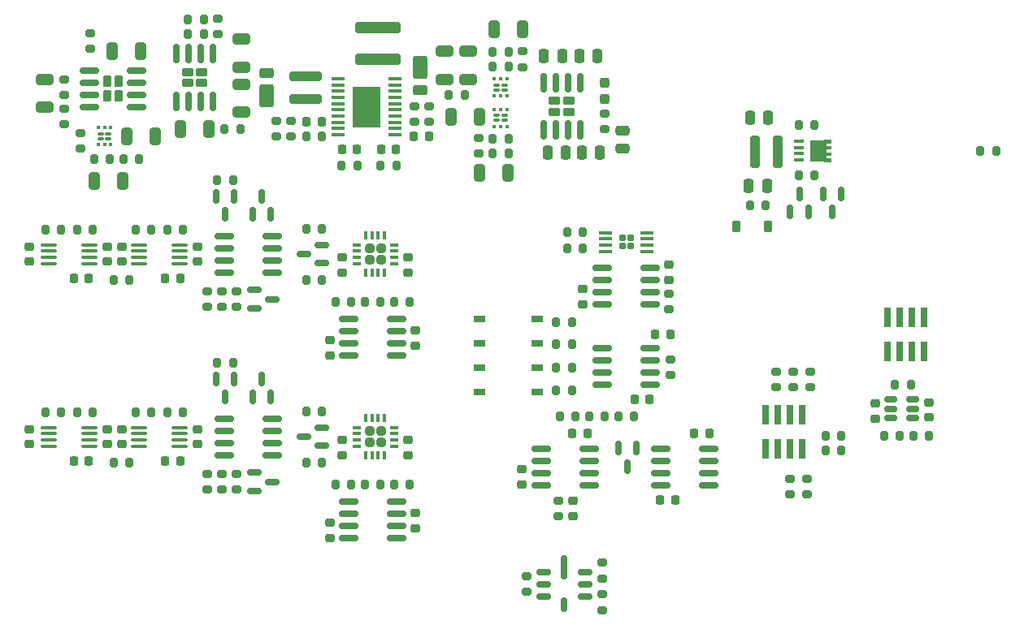
<source format=gbr>
G04 #@! TF.GenerationSoftware,KiCad,Pcbnew,9.0.3*
G04 #@! TF.CreationDate,2025-08-15T00:00:31+02:00*
G04 #@! TF.ProjectId,MADC_ARTY,4d414443-5f41-4525-9459-2e6b69636164,rev?*
G04 #@! TF.SameCoordinates,Original*
G04 #@! TF.FileFunction,Paste,Top*
G04 #@! TF.FilePolarity,Positive*
%FSLAX46Y46*%
G04 Gerber Fmt 4.6, Leading zero omitted, Abs format (unit mm)*
G04 Created by KiCad (PCBNEW 9.0.3) date 2025-08-15 00:00:31*
%MOMM*%
%LPD*%
G01*
G04 APERTURE LIST*
G04 Aperture macros list*
%AMRoundRect*
0 Rectangle with rounded corners*
0 $1 Rounding radius*
0 $2 $3 $4 $5 $6 $7 $8 $9 X,Y pos of 4 corners*
0 Add a 4 corners polygon primitive as box body*
4,1,4,$2,$3,$4,$5,$6,$7,$8,$9,$2,$3,0*
0 Add four circle primitives for the rounded corners*
1,1,$1+$1,$2,$3*
1,1,$1+$1,$4,$5*
1,1,$1+$1,$6,$7*
1,1,$1+$1,$8,$9*
0 Add four rect primitives between the rounded corners*
20,1,$1+$1,$2,$3,$4,$5,0*
20,1,$1+$1,$4,$5,$6,$7,0*
20,1,$1+$1,$6,$7,$8,$9,0*
20,1,$1+$1,$8,$9,$2,$3,0*%
%AMFreePoly0*
4,1,21,1.372500,0.787500,0.862500,0.787500,0.862500,0.532500,1.372500,0.532500,1.372500,0.127500,0.862500,0.127500,0.862500,-0.127500,1.372500,-0.127500,1.372500,-0.532500,0.862500,-0.532500,0.862500,-0.787500,1.372500,-0.787500,1.372500,-1.195000,0.612500,-1.195000,0.612500,-1.117500,-0.862500,-1.117500,-0.862500,1.117500,0.612500,1.117500,0.612500,1.195000,1.372500,1.195000,
1.372500,0.787500,1.372500,0.787500,$1*%
G04 Aperture macros list end*
%ADD10RoundRect,0.200000X0.200000X0.275000X-0.200000X0.275000X-0.200000X-0.275000X0.200000X-0.275000X0*%
%ADD11RoundRect,0.225000X0.225000X0.250000X-0.225000X0.250000X-0.225000X-0.250000X0.225000X-0.250000X0*%
%ADD12RoundRect,0.250000X0.650000X-0.325000X0.650000X0.325000X-0.650000X0.325000X-0.650000X-0.325000X0*%
%ADD13RoundRect,0.225000X-0.225000X-0.250000X0.225000X-0.250000X0.225000X0.250000X-0.225000X0.250000X0*%
%ADD14RoundRect,0.100000X0.220000X-0.100000X0.220000X0.100000X-0.220000X0.100000X-0.220000X-0.100000X0*%
%ADD15RoundRect,0.093750X0.106250X-0.093750X0.106250X0.093750X-0.106250X0.093750X-0.106250X-0.093750X0*%
%ADD16RoundRect,0.200000X-0.275000X0.200000X-0.275000X-0.200000X0.275000X-0.200000X0.275000X0.200000X0*%
%ADD17RoundRect,0.175000X-0.175000X-0.200000X0.175000X-0.200000X0.175000X0.200000X-0.175000X0.200000X0*%
%ADD18RoundRect,0.100000X-0.612500X-0.100000X0.612500X-0.100000X0.612500X0.100000X-0.612500X0.100000X0*%
%ADD19RoundRect,0.225000X-0.250000X0.225000X-0.250000X-0.225000X0.250000X-0.225000X0.250000X0.225000X0*%
%ADD20RoundRect,0.230000X-0.230000X-0.375000X0.230000X-0.375000X0.230000X0.375000X-0.230000X0.375000X0*%
%ADD21RoundRect,0.150000X-0.825000X-0.150000X0.825000X-0.150000X0.825000X0.150000X-0.825000X0.150000X0*%
%ADD22RoundRect,0.237500X-0.237500X-0.237500X0.237500X-0.237500X0.237500X0.237500X-0.237500X0.237500X0*%
%ADD23RoundRect,0.075000X-0.362500X-0.075000X0.362500X-0.075000X0.362500X0.075000X-0.362500X0.075000X0*%
%ADD24RoundRect,0.075000X-0.075000X-0.362500X0.075000X-0.362500X0.075000X0.362500X-0.075000X0.362500X0*%
%ADD25RoundRect,0.200000X-0.200000X-0.275000X0.200000X-0.275000X0.200000X0.275000X-0.200000X0.275000X0*%
%ADD26R,1.200000X0.800000*%
%ADD27RoundRect,0.150000X-0.587500X-0.150000X0.587500X-0.150000X0.587500X0.150000X-0.587500X0.150000X0*%
%ADD28RoundRect,0.200000X0.275000X-0.200000X0.275000X0.200000X-0.275000X0.200000X-0.275000X-0.200000X0*%
%ADD29RoundRect,0.150000X0.150000X-0.587500X0.150000X0.587500X-0.150000X0.587500X-0.150000X-0.587500X0*%
%ADD30RoundRect,0.225000X0.250000X-0.225000X0.250000X0.225000X-0.250000X0.225000X-0.250000X-0.225000X0*%
%ADD31RoundRect,0.250000X-0.650000X0.325000X-0.650000X-0.325000X0.650000X-0.325000X0.650000X0.325000X0*%
%ADD32RoundRect,0.225000X0.225000X0.375000X-0.225000X0.375000X-0.225000X-0.375000X0.225000X-0.375000X0*%
%ADD33RoundRect,0.250000X-0.325000X-0.650000X0.325000X-0.650000X0.325000X0.650000X-0.325000X0.650000X0*%
%ADD34RoundRect,0.245000X0.245000X1.455000X-0.245000X1.455000X-0.245000X-1.455000X0.245000X-1.455000X0*%
%ADD35RoundRect,0.100000X-0.712500X-0.100000X0.712500X-0.100000X0.712500X0.100000X-0.712500X0.100000X0*%
%ADD36RoundRect,0.150000X-0.150000X0.587500X-0.150000X-0.587500X0.150000X-0.587500X0.150000X0.587500X0*%
%ADD37R,0.990000X0.405000*%
%ADD38FreePoly0,0.000000*%
%ADD39RoundRect,0.250000X0.325000X0.650000X-0.325000X0.650000X-0.325000X-0.650000X0.325000X-0.650000X0*%
%ADD40RoundRect,0.100000X-0.220000X0.100000X-0.220000X-0.100000X0.220000X-0.100000X0.220000X0.100000X0*%
%ADD41RoundRect,0.093750X-0.106250X0.093750X-0.106250X-0.093750X0.106250X-0.093750X0.106250X0.093750X0*%
%ADD42RoundRect,0.250000X-0.250000X-0.475000X0.250000X-0.475000X0.250000X0.475000X-0.250000X0.475000X0*%
%ADD43RoundRect,0.150000X0.512500X0.150000X-0.512500X0.150000X-0.512500X-0.150000X0.512500X-0.150000X0*%
%ADD44RoundRect,0.250000X-0.500000X0.950000X-0.500000X-0.950000X0.500000X-0.950000X0.500000X0.950000X0*%
%ADD45RoundRect,0.250000X-0.500000X0.275000X-0.500000X-0.275000X0.500000X-0.275000X0.500000X0.275000X0*%
%ADD46RoundRect,0.245000X1.455000X-0.245000X1.455000X0.245000X-1.455000X0.245000X-1.455000X-0.245000X0*%
%ADD47RoundRect,0.250000X0.500000X-0.950000X0.500000X0.950000X-0.500000X0.950000X-0.500000X-0.950000X0*%
%ADD48RoundRect,0.250000X0.500000X-0.275000X0.500000X0.275000X-0.500000X0.275000X-0.500000X-0.275000X0*%
%ADD49RoundRect,0.230000X-0.375000X0.230000X-0.375000X-0.230000X0.375000X-0.230000X0.375000X0.230000X0*%
%ADD50RoundRect,0.150000X-0.150000X0.825000X-0.150000X-0.825000X0.150000X-0.825000X0.150000X0.825000X0*%
%ADD51RoundRect,0.250000X0.250000X0.475000X-0.250000X0.475000X-0.250000X-0.475000X0.250000X-0.475000X0*%
%ADD52RoundRect,0.150000X0.587500X0.150000X-0.587500X0.150000X-0.587500X-0.150000X0.587500X-0.150000X0*%
%ADD53RoundRect,0.175000X0.575000X-0.175000X0.575000X0.175000X-0.575000X0.175000X-0.575000X-0.175000X0*%
%ADD54RoundRect,0.175000X0.175000X-0.575000X0.175000X0.575000X-0.175000X0.575000X-0.175000X-0.575000X0*%
%ADD55RoundRect,0.175000X-0.575000X-0.175000X0.575000X-0.175000X0.575000X0.175000X-0.575000X0.175000X0*%
%ADD56RoundRect,0.175000X0.175000X-1.075000X0.175000X1.075000X-0.175000X1.075000X-0.175000X-1.075000X0*%
%ADD57RoundRect,0.250000X2.100000X-0.340000X2.100000X0.340000X-2.100000X0.340000X-2.100000X-0.340000X0*%
%ADD58R,1.200000X1.140000*%
%ADD59R,1.450000X0.450000*%
%ADD60R,3.000000X4.200000*%
%ADD61R,0.750000X2.100000*%
%ADD62RoundRect,0.237500X-0.237500X0.287500X-0.237500X-0.287500X0.237500X-0.287500X0.237500X0.287500X0*%
%ADD63RoundRect,0.250000X-0.475000X0.250000X-0.475000X-0.250000X0.475000X-0.250000X0.475000X0.250000X0*%
G04 APERTURE END LIST*
D10*
G04 #@! TO.C,R74*
X166941000Y-84455000D03*
X165291000Y-84455000D03*
G04 #@! TD*
D11*
G04 #@! TO.C,C52*
X125743000Y-89154000D03*
X124193000Y-89154000D03*
G04 #@! TD*
D12*
G04 #@! TO.C,C21*
X153289000Y-49354000D03*
X153289000Y-46404000D03*
G04 #@! TD*
D13*
G04 #@! TO.C,C7*
X146672000Y-56642000D03*
X148222000Y-56642000D03*
G04 #@! TD*
D14*
G04 #@! TO.C,U7*
X117456000Y-55495000D03*
X118256000Y-55495000D03*
X117456000Y-54995000D03*
X118256000Y-54995000D03*
D15*
X117206000Y-56132500D03*
X117856000Y-56132500D03*
X118506000Y-56132500D03*
X118506000Y-54357500D03*
X117856000Y-54357500D03*
X117206000Y-54357500D03*
G04 #@! TD*
D10*
G04 #@! TO.C,R57*
X194627000Y-86487000D03*
X192977000Y-86487000D03*
G04 #@! TD*
D16*
G04 #@! TO.C,R59*
X191389000Y-79820000D03*
X191389000Y-81470000D03*
G04 #@! TD*
D17*
G04 #@! TO.C,RN2*
X171782000Y-65834000D03*
X171782000Y-66754000D03*
X172642000Y-65834000D03*
X172642000Y-66754000D03*
D18*
X170049500Y-65319000D03*
X170049500Y-65969000D03*
X170049500Y-66619000D03*
X170049500Y-67269000D03*
X174374500Y-67269000D03*
X174374500Y-66619000D03*
X174374500Y-65969000D03*
X174374500Y-65319000D03*
G04 #@! TD*
D19*
G04 #@! TO.C,C3*
X149479000Y-67932000D03*
X149479000Y-69482000D03*
G04 #@! TD*
D20*
G04 #@! TO.C,U5*
X118175000Y-49542000D03*
X118175000Y-51042000D03*
X119315000Y-49542000D03*
X119315000Y-51042000D03*
D21*
X116270000Y-48387000D03*
X116270000Y-49657000D03*
X116270000Y-50927000D03*
X116270000Y-52197000D03*
X121220000Y-52197000D03*
X121220000Y-50927000D03*
X121220000Y-49657000D03*
X121220000Y-48387000D03*
G04 #@! TD*
D22*
G04 #@! TO.C,U25*
X145460000Y-86024000D03*
X145460000Y-87204000D03*
X146640000Y-86024000D03*
X146640000Y-87204000D03*
D23*
X144112500Y-85639000D03*
X144112500Y-86289000D03*
X144112500Y-86939000D03*
X144112500Y-87589000D03*
D24*
X145075000Y-88551500D03*
X145725000Y-88551500D03*
X146375000Y-88551500D03*
X147025000Y-88551500D03*
D23*
X147987500Y-87589000D03*
X147987500Y-86939000D03*
X147987500Y-86289000D03*
X147987500Y-85639000D03*
D24*
X147025000Y-84676500D03*
X146375000Y-84676500D03*
X145725000Y-84676500D03*
X145075000Y-84676500D03*
G04 #@! TD*
D16*
G04 #@! TO.C,R20*
X150114000Y-52134000D03*
X150114000Y-53784000D03*
G04 #@! TD*
D25*
G04 #@! TO.C,R75*
X209106000Y-56769000D03*
X210756000Y-56769000D03*
G04 #@! TD*
D26*
G04 #@! TO.C,U11*
X156893000Y-79375000D03*
X156893000Y-81915000D03*
X162893000Y-81915000D03*
X162893000Y-79375000D03*
G04 #@! TD*
D19*
G04 #@! TO.C,C45*
X166624000Y-93332000D03*
X166624000Y-94882000D03*
G04 #@! TD*
D12*
G04 #@! TO.C,C20*
X132080000Y-52783000D03*
X132080000Y-49833000D03*
G04 #@! TD*
D14*
G04 #@! TO.C,U9*
X158731000Y-53590000D03*
X159531000Y-53590000D03*
X158731000Y-53090000D03*
X159531000Y-53090000D03*
D15*
X158481000Y-54227500D03*
X159131000Y-54227500D03*
X159781000Y-54227500D03*
X159781000Y-52452500D03*
X159131000Y-52452500D03*
X158481000Y-52452500D03*
G04 #@! TD*
D27*
G04 #@! TO.C,Q13*
X133428500Y-90363000D03*
X133428500Y-92263000D03*
X135303500Y-91313000D03*
G04 #@! TD*
D28*
G04 #@! TO.C,R89*
X131572000Y-92138000D03*
X131572000Y-90488000D03*
G04 #@! TD*
G04 #@! TO.C,R61*
X191008000Y-92646000D03*
X191008000Y-90996000D03*
G04 #@! TD*
D29*
G04 #@! TO.C,Q4*
X133289000Y-63421500D03*
X135189000Y-63421500D03*
X134239000Y-61546500D03*
G04 #@! TD*
D10*
G04 #@! TO.C,R78*
X120459000Y-89281000D03*
X118809000Y-89281000D03*
G04 #@! TD*
D30*
G04 #@! TO.C,C35*
X119634000Y-68339000D03*
X119634000Y-66789000D03*
G04 #@! TD*
D16*
G04 #@! TO.C,R18*
X113665000Y-49340000D03*
X113665000Y-50990000D03*
G04 #@! TD*
D11*
G04 #@! TO.C,C51*
X116218000Y-89154000D03*
X114668000Y-89154000D03*
G04 #@! TD*
D31*
G04 #@! TO.C,C17*
X111633000Y-49325000D03*
X111633000Y-52275000D03*
G04 #@! TD*
D28*
G04 #@! TO.C,R37*
X129667000Y-44640000D03*
X129667000Y-42990000D03*
G04 #@! TD*
D25*
G04 #@! TO.C,R40*
X166053000Y-65278000D03*
X167703000Y-65278000D03*
G04 #@! TD*
D32*
G04 #@! TO.C,D2*
X186943000Y-64643000D03*
X183643000Y-64643000D03*
G04 #@! TD*
D28*
G04 #@! TO.C,R39*
X161417000Y-48069000D03*
X161417000Y-46419000D03*
G04 #@! TD*
D16*
G04 #@! TO.C,R49*
X176784000Y-78550000D03*
X176784000Y-80200000D03*
G04 #@! TD*
D10*
G04 #@! TO.C,R51*
X113347000Y-65024000D03*
X111697000Y-65024000D03*
G04 #@! TD*
D25*
G04 #@! TO.C,R47*
X164910000Y-74676000D03*
X166560000Y-74676000D03*
G04 #@! TD*
D33*
G04 #@! TO.C,C19*
X120191000Y-55245000D03*
X123141000Y-55245000D03*
G04 #@! TD*
D25*
G04 #@! TO.C,R84*
X129604000Y-78867000D03*
X131254000Y-78867000D03*
G04 #@! TD*
D29*
G04 #@! TO.C,Q12*
X133289000Y-82471500D03*
X135189000Y-82471500D03*
X134239000Y-80596500D03*
G04 #@! TD*
D11*
G04 #@! TO.C,C39*
X125743000Y-70104000D03*
X124193000Y-70104000D03*
G04 #@! TD*
D34*
G04 #@! TO.C,L1*
X188002000Y-56896000D03*
X185632000Y-56896000D03*
G04 #@! TD*
D28*
G04 #@! TO.C,R82*
X130048000Y-92138000D03*
X130048000Y-90488000D03*
G04 #@! TD*
D19*
G04 #@! TO.C,C55*
X149479000Y-86982000D03*
X149479000Y-88532000D03*
G04 #@! TD*
D16*
G04 #@! TO.C,R68*
X161798000Y-101156000D03*
X161798000Y-102806000D03*
G04 #@! TD*
D13*
G04 #@! TO.C,C9*
X138925000Y-53721000D03*
X140475000Y-53721000D03*
G04 #@! TD*
D28*
G04 #@! TO.C,R81*
X128524000Y-92138000D03*
X128524000Y-90488000D03*
G04 #@! TD*
D25*
G04 #@! TO.C,R5*
X144971000Y-72517000D03*
X146621000Y-72517000D03*
G04 #@! TD*
D10*
G04 #@! TO.C,R54*
X122745000Y-65024000D03*
X121095000Y-65024000D03*
G04 #@! TD*
D25*
G04 #@! TO.C,R83*
X141923000Y-91567000D03*
X143573000Y-91567000D03*
G04 #@! TD*
D35*
G04 #@! TO.C,U24*
X121458500Y-85639000D03*
X121458500Y-86289000D03*
X121458500Y-86939000D03*
X121458500Y-87589000D03*
X125683500Y-87589000D03*
X125683500Y-86939000D03*
X125683500Y-86289000D03*
X125683500Y-85639000D03*
G04 #@! TD*
D28*
G04 #@! TO.C,R17*
X169924000Y-54546000D03*
X169924000Y-52896000D03*
G04 #@! TD*
D21*
G04 #@! TO.C,U19*
X163387000Y-87884000D03*
X163387000Y-89154000D03*
X163387000Y-90424000D03*
X163387000Y-91694000D03*
X168337000Y-91694000D03*
X168337000Y-90424000D03*
X168337000Y-89154000D03*
X168337000Y-87884000D03*
G04 #@! TD*
D25*
G04 #@! TO.C,R27*
X119825000Y-57658000D03*
X121475000Y-57658000D03*
G04 #@! TD*
D30*
G04 #@! TO.C,C40*
X203708000Y-84595000D03*
X203708000Y-83045000D03*
G04 #@! TD*
D36*
G04 #@! TO.C,Q11*
X131379000Y-80596500D03*
X129479000Y-80596500D03*
X130429000Y-82471500D03*
G04 #@! TD*
D28*
G04 #@! TO.C,R1*
X128524000Y-73088000D03*
X128524000Y-71438000D03*
G04 #@! TD*
D36*
G04 #@! TO.C,D1*
X194625000Y-61292500D03*
X192725000Y-61292500D03*
X193675000Y-63167500D03*
G04 #@! TD*
D21*
G04 #@! TO.C,U20*
X175833000Y-87884000D03*
X175833000Y-89154000D03*
X175833000Y-90424000D03*
X175833000Y-91694000D03*
X180783000Y-91694000D03*
X180783000Y-90424000D03*
X180783000Y-89154000D03*
X180783000Y-87884000D03*
G04 #@! TD*
G04 #@! TO.C,Q1*
X130367000Y-65659000D03*
X130367000Y-66929000D03*
X130367000Y-68199000D03*
X130367000Y-69469000D03*
X135317000Y-69469000D03*
X135317000Y-68199000D03*
X135317000Y-66929000D03*
X135317000Y-65659000D03*
G04 #@! TD*
D10*
G04 #@! TO.C,R58*
X194627000Y-88011000D03*
X192977000Y-88011000D03*
G04 #@! TD*
D25*
G04 #@! TO.C,R3*
X141923000Y-72517000D03*
X143573000Y-72517000D03*
G04 #@! TD*
D30*
G04 #@! TO.C,C31*
X167640000Y-72784000D03*
X167640000Y-71234000D03*
G04 #@! TD*
D25*
G04 #@! TO.C,R29*
X126556000Y-43053000D03*
X128206000Y-43053000D03*
G04 #@! TD*
D16*
G04 #@! TO.C,R69*
X169672000Y-103061000D03*
X169672000Y-104711000D03*
G04 #@! TD*
D37*
G04 #@! TO.C,Q7*
X190208000Y-55779000D03*
X190208000Y-56439000D03*
X190208000Y-57099000D03*
X190208000Y-57759000D03*
D38*
X192200500Y-56769000D03*
G04 #@! TD*
D10*
G04 #@! TO.C,R6*
X140525000Y-64897000D03*
X138875000Y-64897000D03*
G04 #@! TD*
G04 #@! TO.C,R28*
X128206000Y-44577000D03*
X126556000Y-44577000D03*
G04 #@! TD*
D19*
G04 #@! TO.C,C53*
X150241000Y-94602000D03*
X150241000Y-96152000D03*
G04 #@! TD*
D33*
G04 #@! TO.C,C29*
X158418000Y-44069000D03*
X161368000Y-44069000D03*
G04 #@! TD*
D10*
G04 #@! TO.C,R73*
X169989000Y-84455000D03*
X168339000Y-84455000D03*
G04 #@! TD*
G04 #@! TO.C,R11*
X148272000Y-58293000D03*
X146622000Y-58293000D03*
G04 #@! TD*
D39*
G04 #@! TO.C,C23*
X128729000Y-54483000D03*
X125779000Y-54483000D03*
G04 #@! TD*
D30*
G04 #@! TO.C,C56*
X141351000Y-97168000D03*
X141351000Y-95618000D03*
G04 #@! TD*
D19*
G04 #@! TO.C,C50*
X127508000Y-85839000D03*
X127508000Y-87389000D03*
G04 #@! TD*
D40*
G04 #@! TO.C,U10*
X159531000Y-49915000D03*
X158731000Y-49915000D03*
X159531000Y-50415000D03*
X158731000Y-50415000D03*
D41*
X159781000Y-49277500D03*
X159131000Y-49277500D03*
X158481000Y-49277500D03*
X158481000Y-51052500D03*
X159131000Y-51052500D03*
X159781000Y-51052500D03*
G04 #@! TD*
D16*
G04 #@! TO.C,R48*
X176657000Y-71692000D03*
X176657000Y-73342000D03*
G04 #@! TD*
D19*
G04 #@! TO.C,C2*
X142621000Y-67932000D03*
X142621000Y-69482000D03*
G04 #@! TD*
D42*
G04 #@! TO.C,C8*
X185105000Y-53340000D03*
X187005000Y-53340000D03*
G04 #@! TD*
D30*
G04 #@! TO.C,C48*
X119634000Y-87389000D03*
X119634000Y-85839000D03*
G04 #@! TD*
D31*
G04 #@! TO.C,C25*
X155702000Y-46404000D03*
X155702000Y-49354000D03*
G04 #@! TD*
D35*
G04 #@! TO.C,U15*
X112060500Y-66589000D03*
X112060500Y-67239000D03*
X112060500Y-67889000D03*
X112060500Y-68539000D03*
X116285500Y-68539000D03*
X116285500Y-67889000D03*
X116285500Y-67239000D03*
X116285500Y-66589000D03*
G04 #@! TD*
D25*
G04 #@! TO.C,R7*
X148019000Y-72517000D03*
X149669000Y-72517000D03*
G04 #@! TD*
D43*
G04 #@! TO.C,U18*
X202051500Y-84643000D03*
X202051500Y-83693000D03*
X202051500Y-82743000D03*
X199776500Y-82743000D03*
X199776500Y-83693000D03*
X199776500Y-84643000D03*
G04 #@! TD*
D21*
G04 #@! TO.C,Q9*
X130367000Y-84709000D03*
X130367000Y-85979000D03*
X130367000Y-87249000D03*
X130367000Y-88519000D03*
X135317000Y-88519000D03*
X135317000Y-87249000D03*
X135317000Y-85979000D03*
X135317000Y-84709000D03*
G04 #@! TD*
D11*
G04 #@! TO.C,C6*
X144158000Y-56642000D03*
X142608000Y-56642000D03*
G04 #@! TD*
D19*
G04 #@! TO.C,C36*
X118110000Y-66789000D03*
X118110000Y-68339000D03*
G04 #@! TD*
D21*
G04 #@! TO.C,U26*
X143321000Y-93345000D03*
X143321000Y-94615000D03*
X143321000Y-95885000D03*
X143321000Y-97155000D03*
X148271000Y-97155000D03*
X148271000Y-95885000D03*
X148271000Y-94615000D03*
X148271000Y-93345000D03*
G04 #@! TD*
D10*
G04 #@! TO.C,R33*
X159956000Y-46482000D03*
X158306000Y-46482000D03*
G04 #@! TD*
D28*
G04 #@! TO.C,R70*
X169672000Y-101409000D03*
X169672000Y-99759000D03*
G04 #@! TD*
D42*
G04 #@! TO.C,C14*
X167553000Y-56966500D03*
X169453000Y-56966500D03*
G04 #@! TD*
D28*
G04 #@! TO.C,R9*
X131572000Y-73088000D03*
X131572000Y-71438000D03*
G04 #@! TD*
D10*
G04 #@! TO.C,R76*
X116649000Y-84074000D03*
X114999000Y-84074000D03*
G04 #@! TD*
D25*
G04 #@! TO.C,R34*
X158306000Y-48006000D03*
X159956000Y-48006000D03*
G04 #@! TD*
D16*
G04 #@! TO.C,R71*
X165100000Y-93282000D03*
X165100000Y-94932000D03*
G04 #@! TD*
D28*
G04 #@! TO.C,R22*
X137287000Y-55308000D03*
X137287000Y-53658000D03*
G04 #@! TD*
D10*
G04 #@! TO.C,R77*
X113347000Y-84074000D03*
X111697000Y-84074000D03*
G04 #@! TD*
D13*
G04 #@! TO.C,C32*
X175247000Y-75946000D03*
X176797000Y-75946000D03*
G04 #@! TD*
D44*
G04 #@! TO.C,D5*
X134747000Y-51015000D03*
D45*
X134747000Y-48640000D03*
G04 #@! TD*
D10*
G04 #@! TO.C,R52*
X120459000Y-70231000D03*
X118809000Y-70231000D03*
G04 #@! TD*
D30*
G04 #@! TO.C,C47*
X109982000Y-87389000D03*
X109982000Y-85839000D03*
G04 #@! TD*
D46*
G04 #@! TO.C,L3*
X138811000Y-51350000D03*
X138811000Y-48980000D03*
G04 #@! TD*
D10*
G04 #@! TO.C,R53*
X126047000Y-65024000D03*
X124397000Y-65024000D03*
G04 #@! TD*
G04 #@! TO.C,R64*
X203771000Y-86487000D03*
X202121000Y-86487000D03*
G04 #@! TD*
D28*
G04 #@! TO.C,R2*
X130048000Y-73088000D03*
X130048000Y-71438000D03*
G04 #@! TD*
D19*
G04 #@! TO.C,C54*
X142621000Y-86982000D03*
X142621000Y-88532000D03*
G04 #@! TD*
D25*
G04 #@! TO.C,R13*
X190183000Y-59309000D03*
X191833000Y-59309000D03*
G04 #@! TD*
G04 #@! TO.C,R4*
X129604000Y-59817000D03*
X131254000Y-59817000D03*
G04 #@! TD*
D11*
G04 #@! TO.C,C43*
X180861000Y-86233000D03*
X179311000Y-86233000D03*
G04 #@! TD*
D10*
G04 #@! TO.C,R12*
X191833000Y-54102000D03*
X190183000Y-54102000D03*
G04 #@! TD*
D31*
G04 #@! TO.C,C27*
X132080000Y-45134000D03*
X132080000Y-48084000D03*
G04 #@! TD*
D11*
G04 #@! TO.C,C38*
X116218000Y-70104000D03*
X114668000Y-70104000D03*
G04 #@! TD*
G04 #@! TO.C,C30*
X174638000Y-82677000D03*
X173088000Y-82677000D03*
G04 #@! TD*
D10*
G04 #@! TO.C,R80*
X122745000Y-84074000D03*
X121095000Y-84074000D03*
G04 #@! TD*
D22*
G04 #@! TO.C,U1*
X145460000Y-66974000D03*
X145460000Y-68154000D03*
X146640000Y-66974000D03*
X146640000Y-68154000D03*
D23*
X144112500Y-66589000D03*
X144112500Y-67239000D03*
X144112500Y-67889000D03*
X144112500Y-68539000D03*
D24*
X145075000Y-69501500D03*
X145725000Y-69501500D03*
X146375000Y-69501500D03*
X147025000Y-69501500D03*
D23*
X147987500Y-68539000D03*
X147987500Y-67889000D03*
X147987500Y-67239000D03*
X147987500Y-66589000D03*
D24*
X147025000Y-65626500D03*
X146375000Y-65626500D03*
X145725000Y-65626500D03*
X145075000Y-65626500D03*
G04 #@! TD*
D16*
G04 #@! TO.C,R92*
X115316000Y-54928000D03*
X115316000Y-56578000D03*
G04 #@! TD*
D39*
G04 #@! TO.C,C13*
X121617000Y-46355000D03*
X118667000Y-46355000D03*
G04 #@! TD*
D16*
G04 #@! TO.C,R21*
X135763000Y-53658000D03*
X135763000Y-55308000D03*
G04 #@! TD*
D35*
G04 #@! TO.C,U23*
X112060500Y-85639000D03*
X112060500Y-86289000D03*
X112060500Y-86939000D03*
X112060500Y-87589000D03*
X116285500Y-87589000D03*
X116285500Y-86939000D03*
X116285500Y-86289000D03*
X116285500Y-85639000D03*
G04 #@! TD*
D36*
G04 #@! TO.C,Q3*
X131379000Y-61546500D03*
X129479000Y-61546500D03*
X130429000Y-63421500D03*
G04 #@! TD*
D47*
G04 #@! TO.C,D4*
X150749000Y-48045000D03*
D48*
X150749000Y-50420000D03*
G04 #@! TD*
D13*
G04 #@! TO.C,C46*
X175755000Y-93218000D03*
X177305000Y-93218000D03*
G04 #@! TD*
D49*
G04 #@! TO.C,U6*
X166231000Y-51573500D03*
X164731000Y-51573500D03*
X166231000Y-52713500D03*
X164731000Y-52713500D03*
D50*
X167386000Y-49668500D03*
X166116000Y-49668500D03*
X164846000Y-49668500D03*
X163576000Y-49668500D03*
X163576000Y-54618500D03*
X164846000Y-54618500D03*
X166116000Y-54618500D03*
X167386000Y-54618500D03*
G04 #@! TD*
D30*
G04 #@! TO.C,C44*
X161290000Y-91580000D03*
X161290000Y-90030000D03*
G04 #@! TD*
D10*
G04 #@! TO.C,R31*
X159956000Y-55499000D03*
X158306000Y-55499000D03*
G04 #@! TD*
D51*
G04 #@! TO.C,C22*
X165542000Y-46863000D03*
X163642000Y-46863000D03*
G04 #@! TD*
D25*
G04 #@! TO.C,R41*
X166053000Y-66929000D03*
X167703000Y-66929000D03*
G04 #@! TD*
D51*
G04 #@! TO.C,C16*
X165897000Y-56969500D03*
X163997000Y-56969500D03*
G04 #@! TD*
D16*
G04 #@! TO.C,R38*
X156845000Y-55436000D03*
X156845000Y-57086000D03*
G04 #@! TD*
G04 #@! TO.C,R91*
X116332000Y-44514000D03*
X116332000Y-46164000D03*
G04 #@! TD*
D30*
G04 #@! TO.C,C33*
X176657000Y-70244000D03*
X176657000Y-68694000D03*
G04 #@! TD*
D42*
G04 #@! TO.C,C18*
X167325000Y-46863000D03*
X169225000Y-46863000D03*
G04 #@! TD*
D30*
G04 #@! TO.C,C4*
X141351000Y-78118000D03*
X141351000Y-76568000D03*
G04 #@! TD*
D25*
G04 #@! TO.C,R87*
X148019000Y-91567000D03*
X149669000Y-91567000D03*
G04 #@! TD*
D28*
G04 #@! TO.C,R60*
X189230000Y-92642000D03*
X189230000Y-90992000D03*
G04 #@! TD*
D52*
G04 #@! TO.C,RN4*
X140510500Y-87564000D03*
X140510500Y-85664000D03*
X138635500Y-86614000D03*
G04 #@! TD*
D10*
G04 #@! TO.C,R14*
X140525000Y-55245000D03*
X138875000Y-55245000D03*
G04 #@! TD*
D26*
G04 #@! TO.C,U12*
X156893000Y-74295000D03*
X156893000Y-76835000D03*
X162893000Y-76835000D03*
X162893000Y-74295000D03*
G04 #@! TD*
D39*
G04 #@! TO.C,C28*
X159844000Y-59055000D03*
X156894000Y-59055000D03*
G04 #@! TD*
D21*
G04 #@! TO.C,U13*
X169737000Y-68961000D03*
X169737000Y-70231000D03*
X169737000Y-71501000D03*
X169737000Y-72771000D03*
X174687000Y-72771000D03*
X174687000Y-71501000D03*
X174687000Y-70231000D03*
X174687000Y-68961000D03*
G04 #@! TD*
D30*
G04 #@! TO.C,C34*
X109982000Y-68339000D03*
X109982000Y-66789000D03*
G04 #@! TD*
D25*
G04 #@! TO.C,R10*
X142558000Y-58293000D03*
X144208000Y-58293000D03*
G04 #@! TD*
G04 #@! TO.C,R88*
X138875000Y-89281000D03*
X140525000Y-89281000D03*
G04 #@! TD*
D53*
G04 #@! TO.C,U22*
X163585000Y-100711000D03*
X163585000Y-101981000D03*
X163585000Y-103251000D03*
D54*
X165735000Y-104131000D03*
D55*
X167885000Y-103251000D03*
X167885000Y-101981000D03*
X167885000Y-100711000D03*
D56*
X165735000Y-100231000D03*
G04 #@! TD*
D51*
G04 #@! TO.C,C5*
X186878000Y-60452000D03*
X184978000Y-60452000D03*
G04 #@! TD*
D16*
G04 #@! TO.C,R56*
X189611000Y-79820000D03*
X189611000Y-81470000D03*
G04 #@! TD*
D10*
G04 #@! TO.C,R86*
X140525000Y-83947000D03*
X138875000Y-83947000D03*
G04 #@! TD*
D33*
G04 #@! TO.C,C26*
X116762000Y-59944000D03*
X119712000Y-59944000D03*
G04 #@! TD*
D35*
G04 #@! TO.C,U16*
X121458500Y-66589000D03*
X121458500Y-67239000D03*
X121458500Y-67889000D03*
X121458500Y-68539000D03*
X125683500Y-68539000D03*
X125683500Y-67889000D03*
X125683500Y-67239000D03*
X125683500Y-66589000D03*
G04 #@! TD*
D10*
G04 #@! TO.C,R72*
X173037000Y-84455000D03*
X171387000Y-84455000D03*
G04 #@! TD*
G04 #@! TO.C,R50*
X116649000Y-65024000D03*
X114999000Y-65024000D03*
G04 #@! TD*
D52*
G04 #@! TO.C,RN1*
X140510500Y-68514000D03*
X140510500Y-66614000D03*
X138635500Y-67564000D03*
G04 #@! TD*
D10*
G04 #@! TO.C,R30*
X159956000Y-57023000D03*
X158306000Y-57023000D03*
G04 #@! TD*
G04 #@! TO.C,R62*
X201866000Y-81153000D03*
X200216000Y-81153000D03*
G04 #@! TD*
D49*
G04 #@! TO.C,U8*
X128004000Y-48579000D03*
X126504000Y-48579000D03*
X128004000Y-49719000D03*
X126504000Y-49719000D03*
D50*
X129159000Y-46674000D03*
X127889000Y-46674000D03*
X126619000Y-46674000D03*
X125349000Y-46674000D03*
X125349000Y-51624000D03*
X126619000Y-51624000D03*
X127889000Y-51624000D03*
X129159000Y-51624000D03*
G04 #@! TD*
D36*
G04 #@! TO.C,RN3*
X173289000Y-87835500D03*
X171389000Y-87835500D03*
X172339000Y-89710500D03*
G04 #@! TD*
D25*
G04 #@! TO.C,R43*
X164910000Y-81788000D03*
X166560000Y-81788000D03*
G04 #@! TD*
D19*
G04 #@! TO.C,C37*
X127508000Y-66789000D03*
X127508000Y-68339000D03*
G04 #@! TD*
D57*
G04 #@! TO.C,L2*
X146304000Y-47248000D03*
X146304000Y-43938000D03*
G04 #@! TD*
D25*
G04 #@! TO.C,R63*
X199073000Y-86487000D03*
X200723000Y-86487000D03*
G04 #@! TD*
D11*
G04 #@! TO.C,C42*
X168161000Y-86233000D03*
X166611000Y-86233000D03*
G04 #@! TD*
D21*
G04 #@! TO.C,U14*
X169737000Y-77343000D03*
X169737000Y-78613000D03*
X169737000Y-79883000D03*
X169737000Y-81153000D03*
X174687000Y-81153000D03*
X174687000Y-79883000D03*
X174687000Y-78613000D03*
X174687000Y-77343000D03*
G04 #@! TD*
D58*
G04 #@! TO.C,U4*
X144411000Y-50797000D03*
X144411000Y-52197000D03*
X144411000Y-53597000D03*
X145911000Y-50797000D03*
X145911000Y-52197000D03*
X145911000Y-53597000D03*
D59*
X142211000Y-49272000D03*
X142211000Y-49922000D03*
X142211000Y-50572000D03*
X142211000Y-51222000D03*
X142211000Y-51872000D03*
X142211000Y-52522000D03*
X142211000Y-53172000D03*
X142211000Y-53822000D03*
X142211000Y-54472000D03*
X142211000Y-55122000D03*
X148111000Y-55122000D03*
X148111000Y-54472000D03*
X148111000Y-53822000D03*
X148111000Y-53172000D03*
X148111000Y-52522000D03*
X148111000Y-51872000D03*
X148111000Y-51222000D03*
X148111000Y-50572000D03*
X148111000Y-49922000D03*
X148111000Y-49272000D03*
D60*
X145161000Y-52197000D03*
G04 #@! TD*
D25*
G04 #@! TO.C,R93*
X153734000Y-50927000D03*
X155384000Y-50927000D03*
G04 #@! TD*
D10*
G04 #@! TO.C,R79*
X126047000Y-84074000D03*
X124397000Y-84074000D03*
G04 #@! TD*
D25*
G04 #@! TO.C,R8*
X138875000Y-70231000D03*
X140525000Y-70231000D03*
G04 #@! TD*
D61*
G04 #@! TO.C,U17*
X203200000Y-77724000D03*
X203200000Y-74124000D03*
X201930000Y-77724000D03*
X201930000Y-74124000D03*
X200660000Y-77724000D03*
X200660000Y-74124000D03*
X199390000Y-77724000D03*
X199390000Y-74124000D03*
X186690000Y-84284000D03*
X186690000Y-87884000D03*
X187960000Y-84284000D03*
X187960000Y-87884000D03*
X189230000Y-84284000D03*
X189230000Y-87884000D03*
X190500000Y-84284000D03*
X190500000Y-87884000D03*
G04 #@! TD*
D27*
G04 #@! TO.C,Q5*
X133428500Y-71313000D03*
X133428500Y-73213000D03*
X135303500Y-72263000D03*
G04 #@! TD*
D10*
G04 #@! TO.C,R94*
X132016000Y-54483000D03*
X130366000Y-54483000D03*
G04 #@! TD*
D25*
G04 #@! TO.C,R26*
X116777000Y-57658000D03*
X118427000Y-57658000D03*
G04 #@! TD*
D30*
G04 #@! TO.C,C41*
X198120000Y-84722000D03*
X198120000Y-83172000D03*
G04 #@! TD*
D62*
G04 #@! TO.C,D3*
X169924000Y-49671000D03*
X169924000Y-51421000D03*
G04 #@! TD*
D10*
G04 #@! TO.C,R16*
X186753000Y-62484000D03*
X185103000Y-62484000D03*
G04 #@! TD*
D19*
G04 #@! TO.C,C49*
X118110000Y-85839000D03*
X118110000Y-87389000D03*
G04 #@! TD*
D25*
G04 #@! TO.C,R85*
X144971000Y-91567000D03*
X146621000Y-91567000D03*
G04 #@! TD*
D16*
G04 #@! TO.C,R55*
X187833000Y-79820000D03*
X187833000Y-81470000D03*
G04 #@! TD*
D29*
G04 #@! TO.C,Q8*
X189296000Y-63167500D03*
X191196000Y-63167500D03*
X190246000Y-61292500D03*
G04 #@! TD*
D63*
G04 #@! TO.C,C12*
X171831000Y-54676000D03*
X171831000Y-56576000D03*
G04 #@! TD*
D28*
G04 #@! TO.C,R23*
X151638000Y-53784000D03*
X151638000Y-52134000D03*
G04 #@! TD*
D33*
G04 #@! TO.C,C24*
X153973000Y-53213000D03*
X156923000Y-53213000D03*
G04 #@! TD*
D25*
G04 #@! TO.C,R42*
X164910000Y-76962000D03*
X166560000Y-76962000D03*
G04 #@! TD*
D11*
G04 #@! TO.C,C11*
X151651000Y-55245000D03*
X150101000Y-55245000D03*
G04 #@! TD*
D16*
G04 #@! TO.C,R19*
X113665000Y-52388000D03*
X113665000Y-54038000D03*
G04 #@! TD*
D21*
G04 #@! TO.C,U2*
X143321000Y-74295000D03*
X143321000Y-75565000D03*
X143321000Y-76835000D03*
X143321000Y-78105000D03*
X148271000Y-78105000D03*
X148271000Y-76835000D03*
X148271000Y-75565000D03*
X148271000Y-74295000D03*
G04 #@! TD*
D25*
G04 #@! TO.C,R46*
X164910000Y-79375000D03*
X166560000Y-79375000D03*
G04 #@! TD*
D19*
G04 #@! TO.C,C1*
X150241000Y-75552000D03*
X150241000Y-77102000D03*
G04 #@! TD*
M02*

</source>
